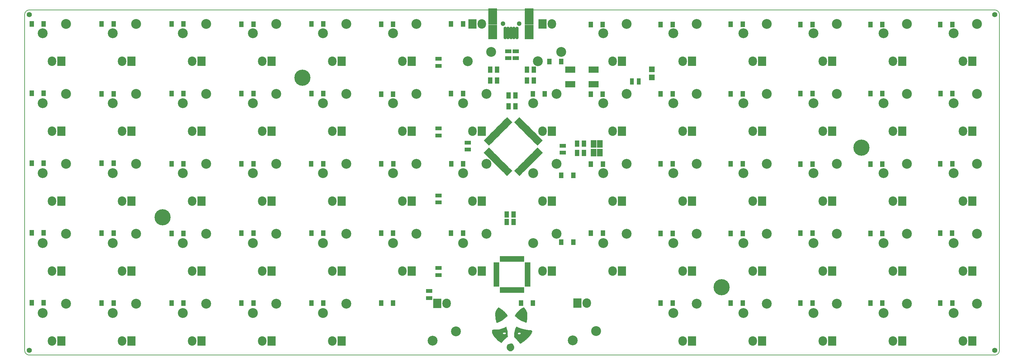
<source format=gbr>
G04 #@! TF.FileFunction,Soldermask,Bot*
%FSLAX46Y46*%
G04 Gerber Fmt 4.6, Leading zero omitted, Abs format (unit mm)*
G04 Created by KiCad (PCBNEW 4.0.1-stable) date 4/3/2017 2:01:39 AM*
%MOMM*%
G01*
G04 APERTURE LIST*
%ADD10C,0.100000*%
%ADD11C,0.150000*%
%ADD12C,0.010000*%
%ADD13C,4.400000*%
%ADD14C,2.686000*%
%ADD15R,1.310000X1.620000*%
%ADD16R,1.289000X1.797000*%
%ADD17R,1.700000X1.100000*%
%ADD18R,1.100000X1.700000*%
%ADD19R,2.701240X1.799540*%
%ADD20R,2.449780X4.400500*%
%ADD21R,2.449780X3.900120*%
%ADD22O,0.900400X3.400000*%
%ADD23C,1.300000*%
%ADD24R,1.600000X1.000000*%
%ADD25R,1.000000X1.600000*%
%ADD26O,2.305000X2.559000*%
%ADD27R,2.305000X2.559000*%
%ADD28R,1.600000X2.000000*%
%ADD29C,1.400000*%
%ADD30R,1.600000X1.600000*%
G04 APERTURE END LIST*
D10*
D11*
X1250000Y94000000D02*
X263750000Y94000000D01*
X0Y1250000D02*
X0Y92750000D01*
X263750000Y0D02*
X1250000Y0D01*
X265000000Y92750000D02*
X265000000Y1250000D01*
X263750000Y0D02*
G75*
G03X265000000Y1250000I0J1250000D01*
G01*
X265000000Y92750000D02*
G75*
G03X263750000Y94000000I-1250000J0D01*
G01*
X1250000Y94000000D02*
G75*
G03X0Y92750000I0J-1250000D01*
G01*
X0Y1250000D02*
G75*
G03X1250000Y0I1250000J0D01*
G01*
D12*
G36*
X132100673Y3126114D02*
X131778769Y3088487D01*
X131525850Y3012405D01*
X131334118Y2891662D01*
X131195776Y2720050D01*
X131103028Y2491364D01*
X131061881Y2299203D01*
X131048169Y2007019D01*
X131108338Y1751490D01*
X131244607Y1526844D01*
X131425941Y1352700D01*
X131630858Y1208766D01*
X131812348Y1126884D01*
X131995588Y1101483D01*
X132205756Y1126992D01*
X132320291Y1154792D01*
X132576129Y1262313D01*
X132776516Y1427778D01*
X132914829Y1642529D01*
X132984446Y1897907D01*
X132991516Y2032459D01*
X132955476Y2379448D01*
X132858364Y2675718D01*
X132701673Y2917098D01*
X132658129Y2963648D01*
X132474356Y3147421D01*
X132100673Y3126114D01*
X132100673Y3126114D01*
G37*
X132100673Y3126114D02*
X131778769Y3088487D01*
X131525850Y3012405D01*
X131334118Y2891662D01*
X131195776Y2720050D01*
X131103028Y2491364D01*
X131061881Y2299203D01*
X131048169Y2007019D01*
X131108338Y1751490D01*
X131244607Y1526844D01*
X131425941Y1352700D01*
X131630858Y1208766D01*
X131812348Y1126884D01*
X131995588Y1101483D01*
X132205756Y1126992D01*
X132320291Y1154792D01*
X132576129Y1262313D01*
X132776516Y1427778D01*
X132914829Y1642529D01*
X132984446Y1897907D01*
X132991516Y2032459D01*
X132955476Y2379448D01*
X132858364Y2675718D01*
X132701673Y2917098D01*
X132658129Y2963648D01*
X132474356Y3147421D01*
X132100673Y3126114D01*
G36*
X133670852Y7728497D02*
X133622823Y7641305D01*
X133551246Y7490662D01*
X133545122Y7477559D01*
X133355925Y7041263D01*
X133217424Y6642867D01*
X133123981Y6258935D01*
X133069959Y5866033D01*
X133049719Y5440725D01*
X133049484Y5417165D01*
X133045574Y4947213D01*
X133645082Y4341223D01*
X133844040Y4136756D01*
X134037608Y3931755D01*
X134212351Y3740897D01*
X134354836Y3578859D01*
X134451629Y3460316D01*
X134452787Y3458781D01*
X134553252Y3331453D01*
X134638270Y3234726D01*
X134693528Y3184522D01*
X134702623Y3180881D01*
X134758079Y3198738D01*
X134863264Y3246925D01*
X134994098Y3314321D01*
X135361612Y3535041D01*
X135753556Y3809871D01*
X136153263Y4124304D01*
X136544067Y4463831D01*
X136909302Y4813946D01*
X137232300Y5160140D01*
X137496397Y5487905D01*
X137505514Y5500447D01*
X137658519Y5737211D01*
X137743680Y5904918D01*
X134848361Y5904918D01*
X134814164Y5805719D01*
X134733852Y5716495D01*
X134605369Y5656501D01*
X134441454Y5634448D01*
X134272010Y5648585D01*
X134126940Y5697162D01*
X134051020Y5756488D01*
X133985137Y5863899D01*
X133989385Y5957599D01*
X134051020Y6053348D01*
X134157254Y6127090D01*
X134310738Y6167732D01*
X134481571Y6173524D01*
X134639848Y6142714D01*
X134733852Y6093340D01*
X134818182Y5997506D01*
X134848361Y5904918D01*
X137743680Y5904918D01*
X137778991Y5974454D01*
X137858338Y6192497D01*
X137887969Y6371662D01*
X137888000Y6376564D01*
X137872515Y6519045D01*
X137814501Y6626303D01*
X137772373Y6672393D01*
X137724107Y6717677D01*
X137674769Y6749938D01*
X137609216Y6772122D01*
X137512309Y6787174D01*
X137368907Y6798038D01*
X137163869Y6807661D01*
X137054095Y6812105D01*
X136488559Y6856883D01*
X135925447Y6948261D01*
X135342615Y7090556D01*
X134859177Y7239968D01*
X134483404Y7372027D01*
X134185920Y7491241D01*
X133963006Y7599274D01*
X133810946Y7697788D01*
X133783069Y7721579D01*
X133740033Y7757413D01*
X133706275Y7763460D01*
X133670852Y7728497D01*
X133670852Y7728497D01*
G37*
X133670852Y7728497D02*
X133622823Y7641305D01*
X133551246Y7490662D01*
X133545122Y7477559D01*
X133355925Y7041263D01*
X133217424Y6642867D01*
X133123981Y6258935D01*
X133069959Y5866033D01*
X133049719Y5440725D01*
X133049484Y5417165D01*
X133045574Y4947213D01*
X133645082Y4341223D01*
X133844040Y4136756D01*
X134037608Y3931755D01*
X134212351Y3740897D01*
X134354836Y3578859D01*
X134451629Y3460316D01*
X134452787Y3458781D01*
X134553252Y3331453D01*
X134638270Y3234726D01*
X134693528Y3184522D01*
X134702623Y3180881D01*
X134758079Y3198738D01*
X134863264Y3246925D01*
X134994098Y3314321D01*
X135361612Y3535041D01*
X135753556Y3809871D01*
X136153263Y4124304D01*
X136544067Y4463831D01*
X136909302Y4813946D01*
X137232300Y5160140D01*
X137496397Y5487905D01*
X137505514Y5500447D01*
X137658519Y5737211D01*
X137743680Y5904918D01*
X134848361Y5904918D01*
X134814164Y5805719D01*
X134733852Y5716495D01*
X134605369Y5656501D01*
X134441454Y5634448D01*
X134272010Y5648585D01*
X134126940Y5697162D01*
X134051020Y5756488D01*
X133985137Y5863899D01*
X133989385Y5957599D01*
X134051020Y6053348D01*
X134157254Y6127090D01*
X134310738Y6167732D01*
X134481571Y6173524D01*
X134639848Y6142714D01*
X134733852Y6093340D01*
X134818182Y5997506D01*
X134848361Y5904918D01*
X137743680Y5904918D01*
X137778991Y5974454D01*
X137858338Y6192497D01*
X137887969Y6371662D01*
X137888000Y6376564D01*
X137872515Y6519045D01*
X137814501Y6626303D01*
X137772373Y6672393D01*
X137724107Y6717677D01*
X137674769Y6749938D01*
X137609216Y6772122D01*
X137512309Y6787174D01*
X137368907Y6798038D01*
X137163869Y6807661D01*
X137054095Y6812105D01*
X136488559Y6856883D01*
X135925447Y6948261D01*
X135342615Y7090556D01*
X134859177Y7239968D01*
X134483404Y7372027D01*
X134185920Y7491241D01*
X133963006Y7599274D01*
X133810946Y7697788D01*
X133783069Y7721579D01*
X133740033Y7757413D01*
X133706275Y7763460D01*
X133670852Y7728497D01*
G36*
X130750437Y7679927D02*
X130622275Y7588613D01*
X130429914Y7485666D01*
X130190143Y7378857D01*
X129919748Y7275959D01*
X129768361Y7225220D01*
X129440902Y7125307D01*
X129159339Y7052008D01*
X128897746Y7001222D01*
X128630200Y6968851D01*
X128330776Y6950796D01*
X127983887Y6943066D01*
X127722820Y6939934D01*
X127531722Y6935797D01*
X127397291Y6928770D01*
X127306223Y6916968D01*
X127245213Y6898504D01*
X127200958Y6871492D01*
X127160154Y6834046D01*
X127151101Y6825003D01*
X127090821Y6754689D01*
X127057524Y6678360D01*
X127043525Y6568715D01*
X127041058Y6434026D01*
X127045197Y6295221D01*
X127062309Y6177357D01*
X127099566Y6055252D01*
X127164138Y5903726D01*
X127233435Y5758440D01*
X127498799Y5289302D01*
X127831020Y4825876D01*
X128214728Y4387078D01*
X128634556Y3991821D01*
X128738853Y3905644D01*
X128894822Y3786107D01*
X129067198Y3663445D01*
X129240115Y3547848D01*
X129397705Y3449507D01*
X129524102Y3378612D01*
X129603438Y3345353D01*
X129613200Y3344098D01*
X129644995Y3377025D01*
X129706357Y3463853D01*
X129784711Y3586651D01*
X129794317Y3602390D01*
X129994519Y3883709D01*
X130254456Y4174646D01*
X130555595Y4456372D01*
X130879400Y4710055D01*
X130896079Y4721824D01*
X131276588Y4988852D01*
X131253679Y5655082D01*
X131240862Y5931404D01*
X130810015Y5931404D01*
X130776302Y5813304D01*
X130688360Y5743411D01*
X130548785Y5701443D01*
X130384836Y5688652D01*
X130223770Y5706290D01*
X130092846Y5755608D01*
X130059414Y5780382D01*
X129985038Y5893030D01*
X129981916Y6013854D01*
X130047409Y6118217D01*
X130099407Y6153685D01*
X130241972Y6199201D01*
X130413589Y6215225D01*
X130579885Y6201829D01*
X130706484Y6159086D01*
X130716800Y6152393D01*
X130787852Y6057836D01*
X130810015Y5931404D01*
X131240862Y5931404D01*
X131238359Y5985366D01*
X131214408Y6265442D01*
X131177262Y6522112D01*
X131122353Y6782181D01*
X131045116Y7072455D01*
X130968022Y7331881D01*
X130837268Y7759500D01*
X130750437Y7679927D01*
X130750437Y7679927D01*
G37*
X130750437Y7679927D02*
X130622275Y7588613D01*
X130429914Y7485666D01*
X130190143Y7378857D01*
X129919748Y7275959D01*
X129768361Y7225220D01*
X129440902Y7125307D01*
X129159339Y7052008D01*
X128897746Y7001222D01*
X128630200Y6968851D01*
X128330776Y6950796D01*
X127983887Y6943066D01*
X127722820Y6939934D01*
X127531722Y6935797D01*
X127397291Y6928770D01*
X127306223Y6916968D01*
X127245213Y6898504D01*
X127200958Y6871492D01*
X127160154Y6834046D01*
X127151101Y6825003D01*
X127090821Y6754689D01*
X127057524Y6678360D01*
X127043525Y6568715D01*
X127041058Y6434026D01*
X127045197Y6295221D01*
X127062309Y6177357D01*
X127099566Y6055252D01*
X127164138Y5903726D01*
X127233435Y5758440D01*
X127498799Y5289302D01*
X127831020Y4825876D01*
X128214728Y4387078D01*
X128634556Y3991821D01*
X128738853Y3905644D01*
X128894822Y3786107D01*
X129067198Y3663445D01*
X129240115Y3547848D01*
X129397705Y3449507D01*
X129524102Y3378612D01*
X129603438Y3345353D01*
X129613200Y3344098D01*
X129644995Y3377025D01*
X129706357Y3463853D01*
X129784711Y3586651D01*
X129794317Y3602390D01*
X129994519Y3883709D01*
X130254456Y4174646D01*
X130555595Y4456372D01*
X130879400Y4710055D01*
X130896079Y4721824D01*
X131276588Y4988852D01*
X131253679Y5655082D01*
X131240862Y5931404D01*
X130810015Y5931404D01*
X130776302Y5813304D01*
X130688360Y5743411D01*
X130548785Y5701443D01*
X130384836Y5688652D01*
X130223770Y5706290D01*
X130092846Y5755608D01*
X130059414Y5780382D01*
X129985038Y5893030D01*
X129981916Y6013854D01*
X130047409Y6118217D01*
X130099407Y6153685D01*
X130241972Y6199201D01*
X130413589Y6215225D01*
X130579885Y6201829D01*
X130706484Y6159086D01*
X130716800Y6152393D01*
X130787852Y6057836D01*
X130810015Y5931404D01*
X131240862Y5931404D01*
X131238359Y5985366D01*
X131214408Y6265442D01*
X131177262Y6522112D01*
X131122353Y6782181D01*
X131045116Y7072455D01*
X130968022Y7331881D01*
X130837268Y7759500D01*
X130750437Y7679927D01*
G36*
X128497167Y12627979D02*
X128278439Y12290449D01*
X128120634Y11976409D01*
X128016131Y11662056D01*
X127957305Y11323587D01*
X127936535Y10937198D01*
X127936229Y10876481D01*
X127943669Y10661770D01*
X127964379Y10415295D01*
X127995952Y10149984D01*
X128035974Y9878769D01*
X128082038Y9614579D01*
X128131732Y9370345D01*
X128182645Y9158996D01*
X128232368Y8993463D01*
X128278490Y8886675D01*
X128313692Y8851637D01*
X128375926Y8862973D01*
X128494360Y8901433D01*
X128649149Y8960192D01*
X128748197Y9001067D01*
X129105155Y9158059D01*
X129405334Y9303105D01*
X129671719Y9448185D01*
X129927300Y9605277D01*
X130002713Y9654814D01*
X130228706Y9817905D01*
X130471484Y10014428D01*
X130709864Y10225525D01*
X130922664Y10432340D01*
X131088702Y10616013D01*
X131104695Y10635877D01*
X131235343Y10800833D01*
X131082294Y11031340D01*
X130975544Y11173822D01*
X130821677Y11355411D01*
X130636027Y11560123D01*
X130433928Y11771970D01*
X130230711Y11974968D01*
X130041711Y12153129D01*
X129882261Y12290467D01*
X129851639Y12314402D01*
X129481873Y12571490D01*
X129111042Y12783268D01*
X128952091Y12858825D01*
X128729288Y12957359D01*
X128497167Y12627979D01*
X128497167Y12627979D01*
G37*
X128497167Y12627979D02*
X128278439Y12290449D01*
X128120634Y11976409D01*
X128016131Y11662056D01*
X127957305Y11323587D01*
X127936535Y10937198D01*
X127936229Y10876481D01*
X127943669Y10661770D01*
X127964379Y10415295D01*
X127995952Y10149984D01*
X128035974Y9878769D01*
X128082038Y9614579D01*
X128131732Y9370345D01*
X128182645Y9158996D01*
X128232368Y8993463D01*
X128278490Y8886675D01*
X128313692Y8851637D01*
X128375926Y8862973D01*
X128494360Y8901433D01*
X128649149Y8960192D01*
X128748197Y9001067D01*
X129105155Y9158059D01*
X129405334Y9303105D01*
X129671719Y9448185D01*
X129927300Y9605277D01*
X130002713Y9654814D01*
X130228706Y9817905D01*
X130471484Y10014428D01*
X130709864Y10225525D01*
X130922664Y10432340D01*
X131088702Y10616013D01*
X131104695Y10635877D01*
X131235343Y10800833D01*
X131082294Y11031340D01*
X130975544Y11173822D01*
X130821677Y11355411D01*
X130636027Y11560123D01*
X130433928Y11771970D01*
X130230711Y11974968D01*
X130041711Y12153129D01*
X129882261Y12290467D01*
X129851639Y12314402D01*
X129481873Y12571490D01*
X129111042Y12783268D01*
X128952091Y12858825D01*
X128729288Y12957359D01*
X128497167Y12627979D01*
G36*
X135558521Y12941022D02*
X135419428Y12882346D01*
X135248487Y12796682D01*
X135064204Y12693955D01*
X134885085Y12584091D01*
X134729635Y12477014D01*
X134701202Y12455401D01*
X134428864Y12220881D01*
X134150086Y11940088D01*
X133882692Y11633862D01*
X133644507Y11323042D01*
X133453358Y11028469D01*
X133403704Y10938502D01*
X133287334Y10716237D01*
X133557765Y10441729D01*
X134017445Y10026987D01*
X134527524Y9666841D01*
X135096031Y9356172D01*
X135601068Y9138750D01*
X135860652Y9039470D01*
X136053357Y8968863D01*
X136189425Y8924181D01*
X136279103Y8902678D01*
X136332634Y8901607D01*
X136360263Y8918222D01*
X136367872Y8933157D01*
X136381881Y8992671D01*
X136406597Y9116668D01*
X136438642Y9287551D01*
X136474639Y9487726D01*
X136477982Y9506721D01*
X136523191Y9803368D01*
X136552544Y10099478D01*
X136568405Y10425141D01*
X136572909Y10714262D01*
X136570722Y11037181D01*
X136558167Y11296127D01*
X136531749Y11510121D01*
X136487976Y11698184D01*
X136423353Y11879337D01*
X136334387Y12072602D01*
X136317061Y12107101D01*
X136233526Y12254107D01*
X136126283Y12417615D01*
X136006979Y12582748D01*
X135887261Y12734626D01*
X135778775Y12858369D01*
X135693169Y12939099D01*
X135647260Y12962787D01*
X135558521Y12941022D01*
X135558521Y12941022D01*
G37*
X135558521Y12941022D02*
X135419428Y12882346D01*
X135248487Y12796682D01*
X135064204Y12693955D01*
X134885085Y12584091D01*
X134729635Y12477014D01*
X134701202Y12455401D01*
X134428864Y12220881D01*
X134150086Y11940088D01*
X133882692Y11633862D01*
X133644507Y11323042D01*
X133453358Y11028469D01*
X133403704Y10938502D01*
X133287334Y10716237D01*
X133557765Y10441729D01*
X134017445Y10026987D01*
X134527524Y9666841D01*
X135096031Y9356172D01*
X135601068Y9138750D01*
X135860652Y9039470D01*
X136053357Y8968863D01*
X136189425Y8924181D01*
X136279103Y8902678D01*
X136332634Y8901607D01*
X136360263Y8918222D01*
X136367872Y8933157D01*
X136381881Y8992671D01*
X136406597Y9116668D01*
X136438642Y9287551D01*
X136474639Y9487726D01*
X136477982Y9506721D01*
X136523191Y9803368D01*
X136552544Y10099478D01*
X136568405Y10425141D01*
X136572909Y10714262D01*
X136570722Y11037181D01*
X136558167Y11296127D01*
X136531749Y11510121D01*
X136487976Y11698184D01*
X136423353Y11879337D01*
X136334387Y12072602D01*
X136317061Y12107101D01*
X136233526Y12254107D01*
X136126283Y12417615D01*
X136006979Y12582748D01*
X135887261Y12734626D01*
X135778775Y12858369D01*
X135693169Y12939099D01*
X135647260Y12962787D01*
X135558521Y12941022D01*
D13*
X37500000Y37510000D03*
X75500000Y75500000D03*
X189500000Y18500000D03*
X227500000Y56500000D03*
D14*
X106465000Y52080000D03*
X100115000Y49540000D03*
X125515000Y52080000D03*
X119165000Y49540000D03*
X87415000Y90180000D03*
X81065000Y87640000D03*
X258865000Y33030000D03*
X252515000Y30490000D03*
X120435000Y80020000D03*
X126785000Y82560000D03*
X139485000Y80020000D03*
X145835000Y82560000D03*
X106465000Y90180000D03*
X100115000Y87640000D03*
X68365000Y90180000D03*
X62015000Y87640000D03*
X49315000Y90180000D03*
X42965000Y87640000D03*
X30265000Y90180000D03*
X23915000Y87640000D03*
X11215000Y90180000D03*
X4865000Y87640000D03*
X125515000Y71130000D03*
X119165000Y68590000D03*
X106465000Y71130000D03*
X100115000Y68590000D03*
X87415000Y71130000D03*
X81065000Y68590000D03*
X68365000Y71130000D03*
X62015000Y68590000D03*
X49315000Y71130000D03*
X42965000Y68590000D03*
X30265000Y71130000D03*
X23915000Y68590000D03*
X11215000Y71130000D03*
X4865000Y68590000D03*
X87415000Y52080000D03*
X81065000Y49540000D03*
X68365000Y52080000D03*
X62015000Y49540000D03*
X49315000Y52080000D03*
X42965000Y49540000D03*
X30265000Y52080000D03*
X23915000Y49540000D03*
X11215000Y52080000D03*
X4865000Y49540000D03*
X125515000Y33030000D03*
X119165000Y30490000D03*
X106465000Y33030000D03*
X100115000Y30490000D03*
X87415000Y33030000D03*
X81065000Y30490000D03*
X68365000Y33030000D03*
X62015000Y30490000D03*
X49315000Y33030000D03*
X42965000Y30490000D03*
X30265000Y33030000D03*
X23915000Y30490000D03*
X11215000Y33030000D03*
X4865000Y30490000D03*
X68365000Y13980000D03*
X62015000Y11440000D03*
X49315000Y13980000D03*
X42965000Y11440000D03*
X30265000Y13980000D03*
X23915000Y11440000D03*
X11215000Y13980000D03*
X4865000Y11440000D03*
X163615000Y90180000D03*
X157265000Y87640000D03*
X182665000Y90180000D03*
X176315000Y87640000D03*
X201715000Y90180000D03*
X195365000Y87640000D03*
X220765000Y90180000D03*
X214415000Y87640000D03*
X239815000Y90180000D03*
X233465000Y87640000D03*
X144565000Y71130000D03*
X138215000Y68590000D03*
X163615000Y71130000D03*
X157265000Y68590000D03*
X182665000Y71130000D03*
X176315000Y68590000D03*
X201715000Y71130000D03*
X195365000Y68590000D03*
X220765000Y71130000D03*
X214415000Y68590000D03*
X239815000Y71130000D03*
X233465000Y68590000D03*
X258865000Y71130000D03*
X252515000Y68590000D03*
X144565000Y52080000D03*
X138215000Y49540000D03*
X163615000Y52080000D03*
X157265000Y49540000D03*
X182665000Y52080000D03*
X176315000Y49540000D03*
X201715000Y52080000D03*
X195365000Y49540000D03*
X220765000Y52080000D03*
X214415000Y49540000D03*
X239815000Y52080000D03*
X233465000Y49540000D03*
X258865000Y52080000D03*
X252515000Y49540000D03*
X144565000Y33030000D03*
X138215000Y30490000D03*
X163615000Y33030000D03*
X157265000Y30490000D03*
X182665000Y33030000D03*
X176315000Y30490000D03*
X201715000Y33030000D03*
X195365000Y30490000D03*
X220765000Y33030000D03*
X214415000Y30490000D03*
X239815000Y33030000D03*
X233465000Y30490000D03*
X182665000Y13980000D03*
X176315000Y11440000D03*
X201715000Y13980000D03*
X195365000Y11440000D03*
X220765000Y13980000D03*
X214415000Y11440000D03*
X239815000Y13980000D03*
X233465000Y11440000D03*
X258865000Y13980000D03*
X252515000Y11440000D03*
X258865000Y90180000D03*
X252515000Y87640000D03*
X87415000Y13980000D03*
X81065000Y11440000D03*
D10*
G36*
X134500844Y64811520D02*
X135179666Y64132698D01*
X133765452Y62718484D01*
X133086630Y63397306D01*
X134500844Y64811520D01*
X134500844Y64811520D01*
G37*
G36*
X135066529Y64245834D02*
X135745351Y63567012D01*
X134331137Y62152798D01*
X133652315Y62831620D01*
X135066529Y64245834D01*
X135066529Y64245834D01*
G37*
G36*
X135632214Y63680149D02*
X136311036Y63001327D01*
X134896822Y61587113D01*
X134218000Y62265935D01*
X135632214Y63680149D01*
X135632214Y63680149D01*
G37*
G36*
X136197900Y63114464D02*
X136876722Y62435642D01*
X135462508Y61021428D01*
X134783686Y61700250D01*
X136197900Y63114464D01*
X136197900Y63114464D01*
G37*
G36*
X136763585Y62548778D02*
X137442407Y61869956D01*
X136028193Y60455742D01*
X135349371Y61134564D01*
X136763585Y62548778D01*
X136763585Y62548778D01*
G37*
G36*
X137329271Y61983093D02*
X138008093Y61304271D01*
X136593879Y59890057D01*
X135915057Y60568879D01*
X137329271Y61983093D01*
X137329271Y61983093D01*
G37*
G36*
X137894956Y61417407D02*
X138573778Y60738585D01*
X137159564Y59324371D01*
X136480742Y60003193D01*
X137894956Y61417407D01*
X137894956Y61417407D01*
G37*
G36*
X138460642Y60851722D02*
X139139464Y60172900D01*
X137725250Y58758686D01*
X137046428Y59437508D01*
X138460642Y60851722D01*
X138460642Y60851722D01*
G37*
G36*
X139026327Y60286036D02*
X139705149Y59607214D01*
X138290935Y58193000D01*
X137612113Y58871822D01*
X139026327Y60286036D01*
X139026327Y60286036D01*
G37*
G36*
X139592012Y59720351D02*
X140270834Y59041529D01*
X138856620Y57627315D01*
X138177798Y58306137D01*
X139592012Y59720351D01*
X139592012Y59720351D01*
G37*
G36*
X140157698Y59154666D02*
X140836520Y58475844D01*
X139422306Y57061630D01*
X138743484Y57740452D01*
X140157698Y59154666D01*
X140157698Y59154666D01*
G37*
G36*
X140836520Y55124156D02*
X140157698Y54445334D01*
X138743484Y55859548D01*
X139422306Y56538370D01*
X140836520Y55124156D01*
X140836520Y55124156D01*
G37*
G36*
X140270834Y54558471D02*
X139592012Y53879649D01*
X138177798Y55293863D01*
X138856620Y55972685D01*
X140270834Y54558471D01*
X140270834Y54558471D01*
G37*
G36*
X139705149Y53992786D02*
X139026327Y53313964D01*
X137612113Y54728178D01*
X138290935Y55407000D01*
X139705149Y53992786D01*
X139705149Y53992786D01*
G37*
G36*
X139139464Y53427100D02*
X138460642Y52748278D01*
X137046428Y54162492D01*
X137725250Y54841314D01*
X139139464Y53427100D01*
X139139464Y53427100D01*
G37*
G36*
X138573778Y52861415D02*
X137894956Y52182593D01*
X136480742Y53596807D01*
X137159564Y54275629D01*
X138573778Y52861415D01*
X138573778Y52861415D01*
G37*
G36*
X138008093Y52295729D02*
X137329271Y51616907D01*
X135915057Y53031121D01*
X136593879Y53709943D01*
X138008093Y52295729D01*
X138008093Y52295729D01*
G37*
G36*
X137442407Y51730044D02*
X136763585Y51051222D01*
X135349371Y52465436D01*
X136028193Y53144258D01*
X137442407Y51730044D01*
X137442407Y51730044D01*
G37*
G36*
X136876722Y51164358D02*
X136197900Y50485536D01*
X134783686Y51899750D01*
X135462508Y52578572D01*
X136876722Y51164358D01*
X136876722Y51164358D01*
G37*
G36*
X136311036Y50598673D02*
X135632214Y49919851D01*
X134218000Y51334065D01*
X134896822Y52012887D01*
X136311036Y50598673D01*
X136311036Y50598673D01*
G37*
G36*
X135745351Y50032988D02*
X135066529Y49354166D01*
X133652315Y50768380D01*
X134331137Y51447202D01*
X135745351Y50032988D01*
X135745351Y50032988D01*
G37*
G36*
X135179666Y49467302D02*
X134500844Y48788480D01*
X133086630Y50202694D01*
X133765452Y50881516D01*
X135179666Y49467302D01*
X135179666Y49467302D01*
G37*
G36*
X131884548Y50881516D02*
X132563370Y50202694D01*
X131149156Y48788480D01*
X130470334Y49467302D01*
X131884548Y50881516D01*
X131884548Y50881516D01*
G37*
G36*
X131318863Y51447202D02*
X131997685Y50768380D01*
X130583471Y49354166D01*
X129904649Y50032988D01*
X131318863Y51447202D01*
X131318863Y51447202D01*
G37*
G36*
X130753178Y52012887D02*
X131432000Y51334065D01*
X130017786Y49919851D01*
X129338964Y50598673D01*
X130753178Y52012887D01*
X130753178Y52012887D01*
G37*
G36*
X130187492Y52578572D02*
X130866314Y51899750D01*
X129452100Y50485536D01*
X128773278Y51164358D01*
X130187492Y52578572D01*
X130187492Y52578572D01*
G37*
G36*
X129621807Y53144258D02*
X130300629Y52465436D01*
X128886415Y51051222D01*
X128207593Y51730044D01*
X129621807Y53144258D01*
X129621807Y53144258D01*
G37*
G36*
X129056121Y53709943D02*
X129734943Y53031121D01*
X128320729Y51616907D01*
X127641907Y52295729D01*
X129056121Y53709943D01*
X129056121Y53709943D01*
G37*
G36*
X128490436Y54275629D02*
X129169258Y53596807D01*
X127755044Y52182593D01*
X127076222Y52861415D01*
X128490436Y54275629D01*
X128490436Y54275629D01*
G37*
G36*
X127924750Y54841314D02*
X128603572Y54162492D01*
X127189358Y52748278D01*
X126510536Y53427100D01*
X127924750Y54841314D01*
X127924750Y54841314D01*
G37*
G36*
X127359065Y55407000D02*
X128037887Y54728178D01*
X126623673Y53313964D01*
X125944851Y53992786D01*
X127359065Y55407000D01*
X127359065Y55407000D01*
G37*
G36*
X126793380Y55972685D02*
X127472202Y55293863D01*
X126057988Y53879649D01*
X125379166Y54558471D01*
X126793380Y55972685D01*
X126793380Y55972685D01*
G37*
G36*
X126227694Y56538370D02*
X126906516Y55859548D01*
X125492302Y54445334D01*
X124813480Y55124156D01*
X126227694Y56538370D01*
X126227694Y56538370D01*
G37*
G36*
X126906516Y57740452D02*
X126227694Y57061630D01*
X124813480Y58475844D01*
X125492302Y59154666D01*
X126906516Y57740452D01*
X126906516Y57740452D01*
G37*
G36*
X127472202Y58306137D02*
X126793380Y57627315D01*
X125379166Y59041529D01*
X126057988Y59720351D01*
X127472202Y58306137D01*
X127472202Y58306137D01*
G37*
G36*
X128037887Y58871822D02*
X127359065Y58193000D01*
X125944851Y59607214D01*
X126623673Y60286036D01*
X128037887Y58871822D01*
X128037887Y58871822D01*
G37*
G36*
X128603572Y59437508D02*
X127924750Y58758686D01*
X126510536Y60172900D01*
X127189358Y60851722D01*
X128603572Y59437508D01*
X128603572Y59437508D01*
G37*
G36*
X129169258Y60003193D02*
X128490436Y59324371D01*
X127076222Y60738585D01*
X127755044Y61417407D01*
X129169258Y60003193D01*
X129169258Y60003193D01*
G37*
G36*
X129734943Y60568879D02*
X129056121Y59890057D01*
X127641907Y61304271D01*
X128320729Y61983093D01*
X129734943Y60568879D01*
X129734943Y60568879D01*
G37*
G36*
X130300629Y61134564D02*
X129621807Y60455742D01*
X128207593Y61869956D01*
X128886415Y62548778D01*
X130300629Y61134564D01*
X130300629Y61134564D01*
G37*
G36*
X130866314Y61700250D02*
X130187492Y61021428D01*
X128773278Y62435642D01*
X129452100Y63114464D01*
X130866314Y61700250D01*
X130866314Y61700250D01*
G37*
G36*
X131432000Y62265935D02*
X130753178Y61587113D01*
X129338964Y63001327D01*
X130017786Y63680149D01*
X131432000Y62265935D01*
X131432000Y62265935D01*
G37*
G36*
X131997685Y62831620D02*
X131318863Y62152798D01*
X129904649Y63567012D01*
X130583471Y64245834D01*
X131997685Y62831620D01*
X131997685Y62831620D01*
G37*
G36*
X132563370Y63397306D02*
X131884548Y62718484D01*
X130470334Y64132698D01*
X131149156Y64811520D01*
X132563370Y63397306D01*
X132563370Y63397306D01*
G37*
D15*
X96925000Y52100000D03*
X100195000Y52100000D03*
X1905000Y14240000D03*
X5175000Y14240000D03*
X1905000Y33270000D03*
X5175000Y33270000D03*
X1905000Y52240000D03*
X5175000Y52240000D03*
X1915000Y71270000D03*
X5185000Y71270000D03*
X1915000Y90210000D03*
X5185000Y90210000D03*
X20935000Y14160000D03*
X24205000Y14160000D03*
X39905000Y14160000D03*
X43175000Y14160000D03*
X58915000Y14160000D03*
X62185000Y14160000D03*
X77925000Y14160000D03*
X81195000Y14160000D03*
X134925000Y14160000D03*
X138195000Y14160000D03*
X172915000Y14160000D03*
X176185000Y14160000D03*
X191925000Y14120000D03*
X195195000Y14120000D03*
X210895000Y14160000D03*
X214165000Y14160000D03*
X229905000Y14160000D03*
X233175000Y14160000D03*
X248925000Y14160000D03*
X252195000Y14160000D03*
X20927000Y33220000D03*
X24197000Y33220000D03*
X39905000Y33130000D03*
X43175000Y33130000D03*
X58915000Y33210000D03*
X62185000Y33210000D03*
X77925000Y33170000D03*
X81195000Y33170000D03*
X96905000Y33170000D03*
X100175000Y33170000D03*
X115915000Y33170000D03*
X119185000Y33170000D03*
X149135000Y30750000D03*
X145865000Y30750000D03*
X153935000Y33210000D03*
X157205000Y33210000D03*
X172915000Y33130000D03*
X176185000Y33130000D03*
X191925000Y33100000D03*
X195195000Y33100000D03*
X210895000Y33170000D03*
X214165000Y33170000D03*
X229905000Y33130000D03*
X233175000Y33130000D03*
X248885000Y33210000D03*
X252155000Y33210000D03*
X20905000Y52240000D03*
X24175000Y52240000D03*
X39905000Y52100000D03*
X43175000Y52100000D03*
X58905000Y52070000D03*
X62175000Y52070000D03*
X77905000Y52070000D03*
X81175000Y52070000D03*
X115955000Y52070000D03*
X119225000Y52070000D03*
X149135000Y48950000D03*
X145865000Y48950000D03*
X153925000Y52040000D03*
X157195000Y52040000D03*
X172915000Y52090000D03*
X176185000Y52090000D03*
X191915000Y52070000D03*
X195185000Y52070000D03*
X210915000Y52010000D03*
X214185000Y52010000D03*
X229915000Y51990000D03*
X233185000Y51990000D03*
X248895000Y52050000D03*
X252165000Y52050000D03*
X20905000Y71180000D03*
X24175000Y71180000D03*
X39905000Y71230000D03*
X43175000Y71230000D03*
X58915000Y71200000D03*
X62185000Y71200000D03*
X77925000Y71230000D03*
X81195000Y71230000D03*
X96905000Y71080000D03*
X100175000Y71080000D03*
X115915000Y71230000D03*
X119185000Y71230000D03*
X141415000Y71160000D03*
X138145000Y71160000D03*
X153895000Y71080000D03*
X157165000Y71080000D03*
X172915000Y71120000D03*
X176185000Y71120000D03*
X191925000Y71120000D03*
X195195000Y71120000D03*
X210895000Y71230000D03*
X214165000Y71230000D03*
X229905000Y71200000D03*
X233175000Y71200000D03*
X248955000Y71210000D03*
X252225000Y71210000D03*
X20935000Y90170000D03*
X24205000Y90170000D03*
X39905000Y90210000D03*
X43175000Y90210000D03*
X58915000Y90130000D03*
X62185000Y90130000D03*
X77925000Y90170000D03*
X81195000Y90170000D03*
X96905000Y90130000D03*
X100175000Y90130000D03*
X115915000Y90210000D03*
X119185000Y90210000D03*
X142615000Y79925000D03*
X145885000Y79925000D03*
X172915000Y90060000D03*
X176185000Y90060000D03*
X191925000Y90130000D03*
X195195000Y90130000D03*
X210895000Y90060000D03*
X214165000Y90060000D03*
X229905000Y90020000D03*
X233175000Y90020000D03*
X248925000Y90020000D03*
X252195000Y90020000D03*
X96905000Y14120000D03*
X100175000Y14120000D03*
X153895000Y90060000D03*
X157165000Y90060000D03*
D16*
X133452500Y67750000D03*
X131547500Y67750000D03*
X136547500Y74750000D03*
X138452500Y74750000D03*
X152052500Y57575000D03*
X150147500Y57575000D03*
X152047500Y55080000D03*
X150142500Y55080000D03*
X136547500Y77750000D03*
X138452500Y77750000D03*
X128452500Y74750000D03*
X126547500Y74750000D03*
X133452500Y70750000D03*
X131547500Y70750000D03*
X128452500Y77750000D03*
X126547500Y77750000D03*
X132952500Y36250000D03*
X131047500Y36250000D03*
X132952500Y38250000D03*
X131047500Y38250000D03*
D17*
X146275000Y55125000D03*
X146275000Y57025000D03*
X133525000Y80850000D03*
X133525000Y82750000D03*
X131450000Y80850000D03*
X131450000Y82750000D03*
X112500000Y61700000D03*
X112500000Y59800000D03*
X112500000Y43450000D03*
X112500000Y41550000D03*
X112500000Y80700000D03*
X112500000Y78800000D03*
X112500000Y23700000D03*
X112500000Y21800000D03*
X120475000Y57850000D03*
X120475000Y55950000D03*
D18*
X165050000Y74500000D03*
X166950000Y74500000D03*
D17*
X110000000Y15550000D03*
X110000000Y17450000D03*
D19*
X148350400Y73748480D03*
X154649600Y77748980D03*
X154649600Y73751020D03*
X148350400Y77748980D03*
D20*
X137125060Y92201020D03*
X127274940Y92201020D03*
D21*
X127274940Y87949060D03*
X137125060Y87949060D03*
D22*
X132200000Y87695100D03*
X131399900Y87695100D03*
X130599800Y87695100D03*
X133000100Y87695100D03*
X133800200Y87695100D03*
D23*
X130000000Y90300000D03*
X134400000Y90300000D03*
D24*
X128250000Y19150000D03*
X128250000Y19950000D03*
X128250000Y20750000D03*
X128250000Y21550000D03*
X128250000Y22350000D03*
X128250000Y23150000D03*
X128250000Y23950000D03*
X128250000Y24750000D03*
D25*
X129700000Y26200000D03*
X130500000Y26200000D03*
X131300000Y26200000D03*
X132100000Y26200000D03*
X132900000Y26200000D03*
X133700000Y26200000D03*
X134500000Y26200000D03*
X135300000Y26200000D03*
D24*
X136750000Y24750000D03*
X136750000Y23950000D03*
X136750000Y23150000D03*
X136750000Y22350000D03*
X136750000Y21550000D03*
X136750000Y20750000D03*
X136750000Y19950000D03*
X136750000Y19150000D03*
D25*
X135300000Y17700000D03*
X134500000Y17700000D03*
X133700000Y17700000D03*
X132900000Y17700000D03*
X132100000Y17700000D03*
X131300000Y17700000D03*
X130500000Y17700000D03*
X129700000Y17700000D03*
D14*
X149010000Y3970000D03*
X155360000Y6510000D03*
X110910000Y3945000D03*
X117260000Y6485000D03*
D26*
X143295000Y90180000D03*
D27*
X140755000Y90180000D03*
D26*
X124245000Y90180000D03*
D27*
X121705000Y90180000D03*
D26*
X121705000Y60970000D03*
D27*
X124245000Y60970000D03*
D26*
X140755000Y60970000D03*
D27*
X143295000Y60970000D03*
D26*
X159805000Y60970000D03*
D27*
X162345000Y60970000D03*
D26*
X159805000Y80020000D03*
D27*
X162345000Y80020000D03*
D26*
X178855000Y80020000D03*
D27*
X181395000Y80020000D03*
D26*
X178855000Y60970000D03*
D27*
X181395000Y60970000D03*
D26*
X197905000Y60970000D03*
D27*
X200445000Y60970000D03*
D26*
X197905000Y80020000D03*
D27*
X200445000Y80020000D03*
D26*
X216955000Y80020000D03*
D27*
X219495000Y80020000D03*
D26*
X236005000Y80020000D03*
D27*
X238545000Y80020000D03*
D26*
X236005000Y60970000D03*
D27*
X238545000Y60970000D03*
D26*
X216955000Y60970000D03*
D27*
X219495000Y60970000D03*
D26*
X216955000Y41920000D03*
D27*
X219495000Y41920000D03*
D26*
X236005000Y41920000D03*
D27*
X238545000Y41920000D03*
D26*
X255055000Y41920000D03*
D27*
X257595000Y41920000D03*
D26*
X255055000Y22870000D03*
D27*
X257595000Y22870000D03*
D26*
X236005000Y22870000D03*
D27*
X238545000Y22870000D03*
D26*
X236005000Y3820000D03*
D27*
X238545000Y3820000D03*
D26*
X216955000Y3820000D03*
D27*
X219495000Y3820000D03*
D26*
X197905000Y3820000D03*
D27*
X200445000Y3820000D03*
D26*
X178855000Y3820000D03*
D27*
X181395000Y3820000D03*
D26*
X159805000Y22870000D03*
D27*
X162345000Y22870000D03*
D26*
X216955000Y22870000D03*
D27*
X219495000Y22870000D03*
D26*
X197905000Y22870000D03*
D27*
X200445000Y22870000D03*
D26*
X178855000Y22870000D03*
D27*
X181395000Y22870000D03*
D26*
X197905000Y41920000D03*
D27*
X200445000Y41920000D03*
D26*
X178855000Y41920000D03*
D27*
X181395000Y41920000D03*
D26*
X159805000Y41920000D03*
D27*
X162345000Y41920000D03*
D26*
X140755000Y41920000D03*
D27*
X143295000Y41920000D03*
D26*
X121705000Y41920000D03*
D27*
X124245000Y41920000D03*
D26*
X102655000Y22870000D03*
D27*
X105195000Y22870000D03*
D26*
X121705000Y22870000D03*
D27*
X124245000Y22870000D03*
D26*
X140755000Y22870000D03*
D27*
X143295000Y22870000D03*
D26*
X152820000Y14130000D03*
D27*
X150280000Y14130000D03*
D26*
X114720000Y14105000D03*
D27*
X112180000Y14105000D03*
D26*
X83605000Y3820000D03*
D27*
X86145000Y3820000D03*
D26*
X7405000Y3820000D03*
D27*
X9945000Y3820000D03*
D26*
X26455000Y3820000D03*
D27*
X28995000Y3820000D03*
D26*
X45505000Y3820000D03*
D27*
X48045000Y3820000D03*
D26*
X83605000Y22870000D03*
D27*
X86145000Y22870000D03*
D26*
X64555000Y22870000D03*
D27*
X67095000Y22870000D03*
D26*
X45505000Y22870000D03*
D27*
X48045000Y22870000D03*
D26*
X26455000Y22870000D03*
D27*
X28995000Y22870000D03*
D26*
X7405000Y22870000D03*
D27*
X9945000Y22870000D03*
D26*
X45505000Y60970000D03*
D27*
X48045000Y60970000D03*
D26*
X45505000Y41920000D03*
D27*
X48045000Y41920000D03*
D26*
X102655000Y41920000D03*
D27*
X105195000Y41920000D03*
D26*
X83605000Y41920000D03*
D27*
X86145000Y41920000D03*
D26*
X64555000Y41920000D03*
D27*
X67095000Y41920000D03*
D26*
X64555000Y60970000D03*
D27*
X67095000Y60970000D03*
D26*
X83605000Y60970000D03*
D27*
X86145000Y60970000D03*
D26*
X102655000Y60970000D03*
D27*
X105195000Y60970000D03*
D26*
X102655000Y80020000D03*
D27*
X105195000Y80020000D03*
D26*
X83605000Y80020000D03*
D27*
X86145000Y80020000D03*
D26*
X64555000Y80020000D03*
D27*
X67095000Y80020000D03*
D26*
X45505000Y80020000D03*
D27*
X48045000Y80020000D03*
D26*
X26455000Y80020000D03*
D27*
X28995000Y80020000D03*
D26*
X26455000Y60970000D03*
D27*
X28995000Y60970000D03*
D26*
X26455000Y41920000D03*
D27*
X28995000Y41920000D03*
D26*
X255055000Y60970000D03*
D27*
X257595000Y60970000D03*
D26*
X255055000Y80020000D03*
D27*
X257595000Y80020000D03*
D26*
X7405000Y80020000D03*
D27*
X9945000Y80020000D03*
D26*
X7405000Y60970000D03*
D27*
X9945000Y60970000D03*
D26*
X255055000Y3820000D03*
D27*
X257595000Y3820000D03*
D26*
X64555000Y3820000D03*
D27*
X67095000Y3820000D03*
D26*
X7405000Y41920000D03*
D27*
X9945000Y41920000D03*
D28*
X156395000Y55140000D03*
X156395000Y57540000D03*
X154695000Y55140000D03*
X154695000Y57540000D03*
D29*
X1250000Y1250000D03*
X263750000Y1250000D03*
X1250000Y92750000D03*
D30*
X170500000Y75650000D03*
X170500000Y77850000D03*
D29*
X263750000Y92750000D03*
M02*

</source>
